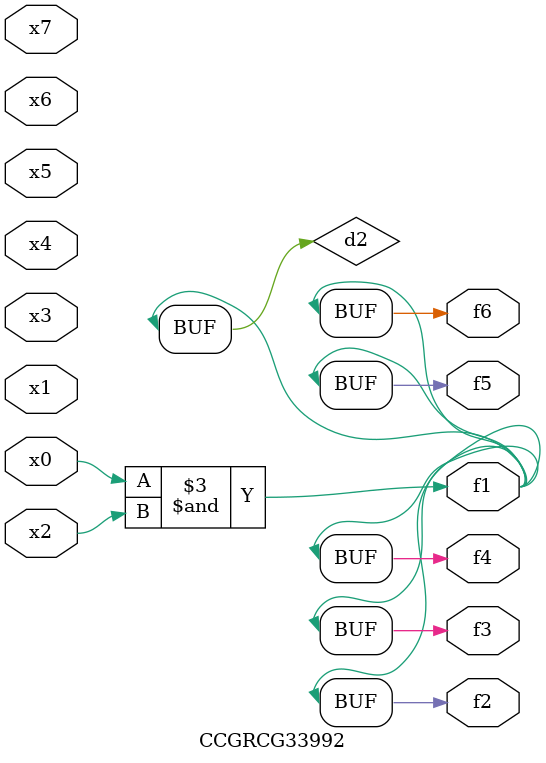
<source format=v>
module CCGRCG33992(
	input x0, x1, x2, x3, x4, x5, x6, x7,
	output f1, f2, f3, f4, f5, f6
);

	wire d1, d2;

	nor (d1, x3, x6);
	and (d2, x0, x2);
	assign f1 = d2;
	assign f2 = d2;
	assign f3 = d2;
	assign f4 = d2;
	assign f5 = d2;
	assign f6 = d2;
endmodule

</source>
